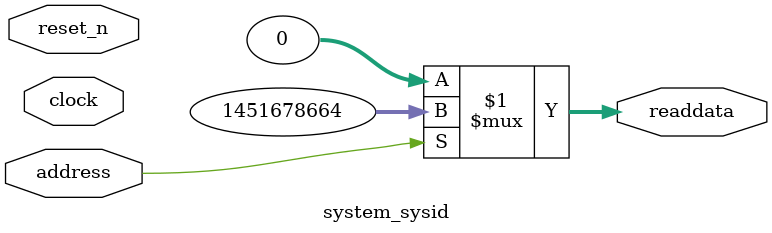
<source format=v>



// synthesis translate_off
`timescale 1ns / 1ps
// synthesis translate_on

// turn off superfluous verilog processor warnings 
// altera message_level Level1 
// altera message_off 10034 10035 10036 10037 10230 10240 10030 

module system_sysid (
               // inputs:
                address,
                clock,
                reset_n,

               // outputs:
                readdata
             )
;

  output  [ 31: 0] readdata;
  input            address;
  input            clock;
  input            reset_n;

  wire    [ 31: 0] readdata;
  //control_slave, which is an e_avalon_slave
  assign readdata = address ? 1451678664 : 0;

endmodule




</source>
